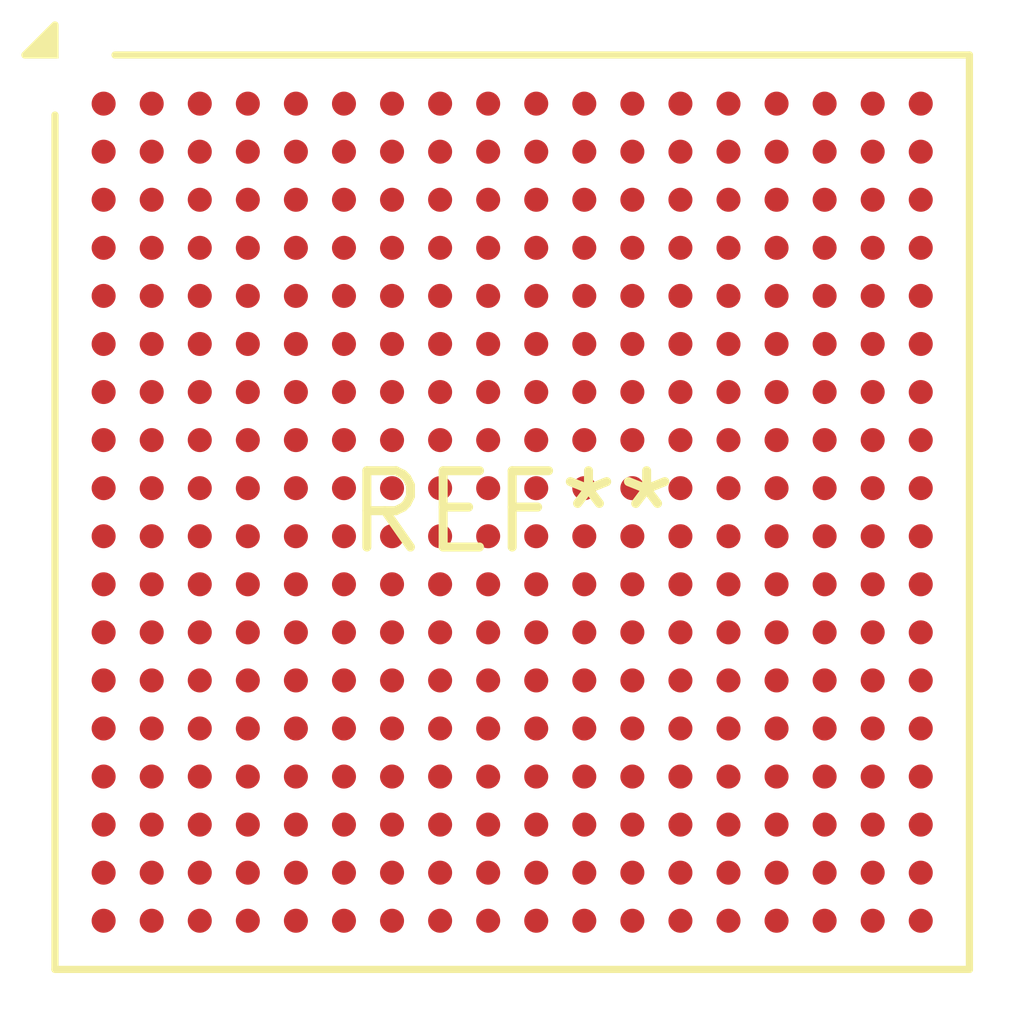
<source format=kicad_pcb>
(kicad_pcb (version 20240108) (generator pcbnew)
  (layers (0 "F.Cu" signal) (31 "B.Cu" signal) (34 "B.Paste" user) (35 "F.Paste" user) (36 "B.SilkS" user "B.Silkscreen") (37 "F.SilkS" user "F.Silkscreen") (38 "B.Mask" user) (39 "F.Mask" user) (44 "Edge.Cuts" user))
  (net 0 "")
  (footprint "Xilinx_CSG325" (layer "F.Cu") (at 0 0)
    (property "Reference" "REF**")
    (property "Value" "Xilinx_CSG325")
    (fp_line (start -7.61 7.61) (end -7.61 -6.61) (layer "F.SilkS") (stroke (width 0.12)))
    (fp_line (start -6.61 -7.61) (end 7.61 -7.61) (layer "F.SilkS") (stroke (width 0.12)))
    (fp_line (start 7.61 -7.61) (end 7.61 7.61) (layer "F.SilkS") (stroke (width 0.12)))
    (fp_line (start 7.61 7.61) (end -7.61 7.61) (layer "F.SilkS") (stroke (width 0.12)))
    (fp_poly (pts (xy -7.61 -7.61) (xy -8.11 -7.61) (xy -7.61 -8.11) (xy -7.61 -7.61)) (layer "F.SilkS") (stroke (width 0.12)) (fill solid))
    (pad "A1" smd circle (at -6.8 -6.8) (size 0.4 0.4) (property pad_prop_bga) (layers "F.Cu" "F.Paste" "F.Mask"))
    (pad "A2" smd circle (at -6 -6.8) (size 0.4 0.4) (property pad_prop_bga) (layers "F.Cu" "F.Paste" "F.Mask"))
    (pad "A3" smd circle (at -5.2 -6.8) (size 0.4 0.4) (property pad_prop_bga) (layers "F.Cu" "F.Paste" "F.Mask"))
    (pad "A4" smd circle (at -4.4 -6.8) (size 0.4 0.4) (property pad_prop_bga) (layers "F.Cu" "F.Paste" "F.Mask"))
    (pad "A5" smd circle (at -3.6 -6.8) (size 0.4 0.4) (property pad_prop_bga) (layers "F.Cu" "F.Paste" "F.Mask"))
    (pad "A6" smd circle (at -2.8 -6.8) (size 0.4 0.4) (property pad_prop_bga) (layers "F.Cu" "F.Paste" "F.Mask"))
    (pad "A7" smd circle (at -2 -6.8) (size 0.4 0.4) (property pad_prop_bga) (layers "F.Cu" "F.Paste" "F.Mask"))
    (pad "A8" smd circle (at -1.2 -6.8) (size 0.4 0.4) (property pad_prop_bga) (layers "F.Cu" "F.Paste" "F.Mask"))
    (pad "A9" smd circle (at -0.4 -6.8) (size 0.4 0.4) (property pad_prop_bga) (layers "F.Cu" "F.Paste" "F.Mask"))
    (pad "A10" smd circle (at 0.4 -6.8) (size 0.4 0.4) (property pad_prop_bga) (layers "F.Cu" "F.Paste" "F.Mask"))
    (pad "A11" smd circle (at 1.2 -6.8) (size 0.4 0.4) (property pad_prop_bga) (layers "F.Cu" "F.Paste" "F.Mask"))
    (pad "A12" smd circle (at 2 -6.8) (size 0.4 0.4) (property pad_prop_bga) (layers "F.Cu" "F.Paste" "F.Mask"))
    (pad "A13" smd circle (at 2.8 -6.8) (size 0.4 0.4) (property pad_prop_bga) (layers "F.Cu" "F.Paste" "F.Mask"))
    (pad "A14" smd circle (at 3.6 -6.8) (size 0.4 0.4) (property pad_prop_bga) (layers "F.Cu" "F.Paste" "F.Mask"))
    (pad "A15" smd circle (at 4.4 -6.8) (size 0.4 0.4) (property pad_prop_bga) (layers "F.Cu" "F.Paste" "F.Mask"))
    (pad "A16" smd circle (at 5.2 -6.8) (size 0.4 0.4) (property pad_prop_bga) (layers "F.Cu" "F.Paste" "F.Mask"))
    (pad "A17" smd circle (at 6 -6.8) (size 0.4 0.4) (property pad_prop_bga) (layers "F.Cu" "F.Paste" "F.Mask"))
    (pad "A18" smd circle (at 6.8 -6.8) (size 0.4 0.4) (property pad_prop_bga) (layers "F.Cu" "F.Paste" "F.Mask"))
    (pad "B1" smd circle (at -6.8 -6) (size 0.4 0.4) (property pad_prop_bga) (layers "F.Cu" "F.Paste" "F.Mask"))
    (pad "B2" smd circle (at -6 -6) (size 0.4 0.4) (property pad_prop_bga) (layers "F.Cu" "F.Paste" "F.Mask"))
    (pad "B3" smd circle (at -5.2 -6) (size 0.4 0.4) (property pad_prop_bga) (layers "F.Cu" "F.Paste" "F.Mask"))
    (pad "B4" smd circle (at -4.4 -6) (size 0.4 0.4) (property pad_prop_bga) (layers "F.Cu" "F.Paste" "F.Mask"))
    (pad "B5" smd circle (at -3.6 -6) (size 0.4 0.4) (property pad_prop_bga) (layers "F.Cu" "F.Paste" "F.Mask"))
    (pad "B6" smd circle (at -2.8 -6) (size 0.4 0.4) (property pad_prop_bga) (layers "F.Cu" "F.Paste" "F.Mask"))
    (pad "B7" smd circle (at -2 -6) (size 0.4 0.4) (property pad_prop_bga) (layers "F.Cu" "F.Paste" "F.Mask"))
    (pad "B8" smd circle (at -1.2 -6) (size 0.4 0.4) (property pad_prop_bga) (layers "F.Cu" "F.Paste" "F.Mask"))
    (pad "B9" smd circle (at -0.4 -6) (size 0.4 0.4) (property pad_prop_bga) (layers "F.Cu" "F.Paste" "F.Mask"))
    (pad "B10" smd circle (at 0.4 -6) (size 0.4 0.4) (property pad_prop_bga) (layers "F.Cu" "F.Paste" "F.Mask"))
    (pad "B11" smd circle (at 1.2 -6) (size 0.4 0.4) (property pad_prop_bga) (layers "F.Cu" "F.Paste" "F.Mask"))
    (pad "B12" smd circle (at 2 -6) (size 0.4 0.4) (property pad_prop_bga) (layers "F.Cu" "F.Paste" "F.Mask"))
    (pad "B13" smd circle (at 2.8 -6) (size 0.4 0.4) (property pad_prop_bga) (layers "F.Cu" "F.Paste" "F.Mask"))
    (pad "B14" smd circle (at 3.6 -6) (size 0.4 0.4) (property pad_prop_bga) (layers "F.Cu" "F.Paste" "F.Mask"))
    (pad "B15" smd circle (at 4.4 -6) (size 0.4 0.4) (property pad_prop_bga) (layers "F.Cu" "F.Paste" "F.Mask"))
    (pad "B16" smd circle (at 5.2 -6) (size 0.4 0.4) (property pad_prop_bga) (layers "F.Cu" "F.Paste" "F.Mask"))
    (pad "B17" smd circle (at 6 -6) (size 0.4 0.4) (property pad_prop_bga) (layers "F.Cu" "F.Paste" "F.Mask"))
    (pad "B18" smd circle (at 6.8 -6) (size 0.4 0.4) (property pad_prop_bga) (layers "F.Cu" "F.Paste" "F.Mask"))
    (pad "C1" smd circle (at -6.8 -5.2) (size 0.4 0.4) (property pad_prop_bga) (layers "F.Cu" "F.Paste" "F.Mask"))
    (pad "C2" smd circle (at -6 -5.2) (size 0.4 0.4) (property pad_prop_bga) (layers "F.Cu" "F.Paste" "F.Mask"))
    (pad "C3" smd circle (at -5.2 -5.2) (size 0.4 0.4) (property pad_prop_bga) (layers "F.Cu" "F.Paste" "F.Mask"))
    (pad "C4" smd circle (at -4.4 -5.2) (size 0.4 0.4) (property pad_prop_bga) (layers "F.Cu" "F.Paste" "F.Mask"))
    (pad "C5" smd circle (at -3.6 -5.2) (size 0.4 0.4) (property pad_prop_bga) (layers "F.Cu" "F.Paste" "F.Mask"))
    (pad "C6" smd circle (at -2.8 -5.2) (size 0.4 0.4) (property pad_prop_bga) (layers "F.Cu" "F.Paste" "F.Mask"))
    (pad "C7" smd circle (at -2 -5.2) (size 0.4 0.4) (property pad_prop_bga) (layers "F.Cu" "F.Paste" "F.Mask"))
    (pad "C8" smd circle (at -1.2 -5.2) (size 0.4 0.4) (property pad_prop_bga) (layers "F.Cu" "F.Paste" "F.Mask"))
    (pad "C9" smd circle (at -0.4 -5.2) (size 0.4 0.4) (property pad_prop_bga) (layers "F.Cu" "F.Paste" "F.Mask"))
    (pad "C10" smd circle (at 0.4 -5.2) (size 0.4 0.4) (property pad_prop_bga) (layers "F.Cu" "F.Paste" "F.Mask"))
    (pad "C11" smd circle (at 1.2 -5.2) (size 0.4 0.4) (property pad_prop_bga) (layers "F.Cu" "F.Paste" "F.Mask"))
    (pad "C12" smd circle (at 2 -5.2) (size 0.4 0.4) (property pad_prop_bga) (layers "F.Cu" "F.Paste" "F.Mask"))
    (pad "C13" smd circle (at 2.8 -5.2) (size 0.4 0.4) (property pad_prop_bga) (layers "F.Cu" "F.Paste" "F.Mask"))
    (pad "C14" smd circle (at 3.6 -5.2) (size 0.4 0.4) (property pad_prop_bga) (layers "F.Cu" "F.Paste" "F.Mask"))
    (pad "C15" smd circle (at 4.4 -5.2) (size 0.4 0.4) (property pad_prop_bga) (layers "F.Cu" "F.Paste" "F.Mask"))
    (pad "C16" smd circle (at 5.2 -5.2) (size 0.4 0.4) (property pad_prop_bga) (layers "F.Cu" "F.Paste" "F.Mask"))
    (pad "C17" smd circle (at 6 -5.2) (size 0.4 0.4) (property pad_prop_bga) (layers "F.Cu" "F.Paste" "F.Mask"))
    (pad "C18" smd circle (at 6.8 -5.2) (size 0.4 0.4) (property pad_prop_bga) (layers "F.Cu" "F.Paste" "F.Mask"))
    (pad "D1" smd circle (at -6.8 -4.4) (size 0.4 0.4) (property pad_prop_bga) (layers "F.Cu" "F.Paste" "F.Mask"))
    (pad "D2" smd circle (at -6 -4.4) (size 0.4 0.4) (property pad_prop_bga) (layers "F.Cu" "F.Paste" "F.Mask"))
    (pad "D3" smd circle (at -5.2 -4.4) (size 0.4 0.4) (property pad_prop_bga) (layers "F.Cu" "F.Paste" "F.Mask"))
    (pad "D4" smd circle (at -4.4 -4.4) (size 0.4 0.4) (property pad_prop_bga) (layers "F.Cu" "F.Paste" "F.Mask"))
    (pad "D5" smd circle (at -3.6 -4.4) (size 0.4 0.4) (property pad_prop_bga) (layers "F.Cu" "F.Paste" "F.Mask"))
    (pad "D6" smd circle (at -2.8 -4.4) (size 0.4 0.4) (property pad_prop_bga) (layers "F.Cu" "F.Paste" "F.Mask"))
    (pad "D7" smd circle (at -2 -4.4) (size 0.4 0.4) (property pad_prop_bga) (layers "F.Cu" "F.Paste" "F.Mask"))
    (pad "D8" smd circle (at -1.2 -4.4) (size 0.4 0.4) (property pad_prop_bga) (layers "F.Cu" "F.Paste" "F.Mask"))
    (pad "D9" smd circle (at -0.4 -4.4) (size 0.4 0.4) (property pad_prop_bga) (layers "F.Cu" "F.Paste" "F.Mask"))
    (pad "D10" smd circle (at 0.4 -4.4) (size 0.4 0.4) (property pad_prop_bga) (layers "F.Cu" "F.Paste" "F.Mask"))
    (pad "D11" smd circle (at 1.2 -4.4) (size 0.4 0.4) (property pad_prop_bga) (layers "F.Cu" "F.Paste" "F.Mask"))
    (pad "D12" smd circle (at 2 -4.4) (size 0.4 0.4) (property pad_prop_bga) (layers "F.Cu" "F.Paste" "F.Mask"))
    (pad "D13" smd circle (at 2.8 -4.4) (size 0.4 0.4) (property pad_prop_bga) (layers "F.Cu" "F.Paste" "F.Mask"))
    (pad "D14" smd circle (at 3.6 -4.4) (size 0.4 0.4) (property pad_prop_bga) (layers "F.Cu" "F.Paste" "F.Mask"))
    (pad "D15" smd circle (at 4.4 -4.4) (size 0.4 0.4) (property pad_prop_bga) (layers "F.Cu" "F.Paste" "F.Mask"))
    (pad "D16" smd circle (at 5.2 -4.4) (size 0.4 0.4) (property pad_prop_bga) (layers "F.Cu" "F.Paste" "F.Mask"))
    (pad "D17" smd circle (at 6 -4.4) (size 0.4 0.4) (property pad_prop_bga) (layers "F.Cu" "F.Paste" "F.Mask"))
    (pad "D18" smd circle (at 6.8 -4.4) (size 0.4 0.4) (property pad_prop_bga) (layers "F.Cu" "F.Paste" "F.Mask"))
    (pad "E1" smd circle (at -6.8 -3.6) (size 0.4 0.4) (property pad_prop_bga) (layers "F.Cu" "F.Paste" "F.Mask"))
    (pad "E2" smd circle (at -6 -3.6) (size 0.4 0.4) (property pad_prop_bga) (layers "F.Cu" "F.Paste" "F.Mask"))
    (pad "E3" smd circle (at -5.2 -3.6) (size 0.4 0.4) (property pad_prop_bga) (layers "F.Cu" "F.Paste" "F.Mask"))
    (pad "E4" smd circle (at -4.4 -3.6) (size 0.4 0.4) (property pad_prop_bga) (layers "F.Cu" "F.Paste" "F.Mask"))
    (pad "E5" smd circle (at -3.6 -3.6) (size 0.4 0.4) (property pad_prop_bga) (layers "F.Cu" "F.Paste" "F.Mask"))
    (pad "E6" smd circle (at -2.8 -3.6) (size 0.4 0.4) (property pad_prop_bga) (layers "F.Cu" "F.Paste" "F.Mask"))
    (pad "E7" smd circle (at -2 -3.6) (size 0.4 0.4) (property pad_prop_bga) (layers "F.Cu" "F.Paste" "F.Mask"))
    (pad "E8" smd circle (at -1.2 -3.6) (size 0.4 0.4) (property pad_prop_bga) (layers "F.Cu" "F.Paste" "F.Mask"))
    (pad "E9" smd circle (at -0.4 -3.6) (size 0.4 0.4) (property pad_prop_bga) (layers "F.Cu" "F.Paste" "F.Mask"))
    (pad "E10" smd circle (at 0.4 -3.6) (size 0.4 0.4) (property pad_prop_bga) (layers "F.Cu" "F.Paste" "F.Mask"))
    (pad "E11" smd circle (at 1.2 -3.6) (size 0.4 0.4) (property pad_prop_bga) (layers "F.Cu" "F.Paste" "F.Mask"))
    (pad "E12" smd circle (at 2 -3.6) (size 0.4 0.4) (property pad_prop_bga) (layers "F.Cu" "F.Paste" "F.Mask"))
    (pad "E13" smd circle (at 2.8 -3.6) (size 0.4 0.4) (property pad_prop_bga) (layers "F.Cu" "F.Paste" "F.Mask"))
    (pad "E14" smd circle (at 3.6 -3.6) (size 0.4 0.4) (property pad_prop_bga) (layers "F.Cu" "F.Paste" "F.Mask"))
    (pad "E15" smd circle (at 4.4 -3.6) (size 0.4 0.4) (property pad_prop_bga) (layers "F.Cu" "F.Paste" "F.Mask"))
    (pad "E16" smd circle (at 5.2 -3.6) (size 0.4 0.4) (property pad_prop_bga) (layers "F.Cu" "F.Paste" "F.Mask"))
    (pad "E17" smd circle (at 6 -3.6) (size 0.4 0.4) (property pad_prop_bga) (layers "F.Cu" "F.Paste" "F.Mask"))
    (pad "E18" smd circle (at 6.8 -3.6) (size 0.4 0.4) (property pad_prop_bga) (layers "F.Cu" "F.Paste" "F.Mask"))
    (pad "F1" smd circle (at -6.8 -2.8) (size 0.4 0.4) (property pad_prop_bga) (layers "F.Cu" "F.Paste" "F.Mask"))
    (pad "F2" smd circle (at -6 -2.8) (size 0.4 0.4) (property pad_prop_bga) (layers "F.Cu" "F.Paste" "F.Mask"))
    (pad "F3" smd circle (at -5.2 -2.8) (size 0.4 0.4) (property pad_prop_bga) (layers "F.Cu" "F.Paste" "F.Mask"))
    (pad "F4" smd circle (at -4.4 -2.8) (size 0.4 0.4) (property pad_prop_bga) (layers "F.Cu" "F.Paste" "F.Mask"))
    (pad "F5" smd circle (at -3.6 -2.8) (size 0.4 0.4) (property pad_prop_bga) (layers "F.Cu" "F.Paste" "F.Mask"))
    (pad "F6" smd circle (at -2.8 -2.8) (size 0.4 0.4) (property pad_prop_bga) (layers "F.Cu" "F.Paste" "F.Mask"))
    (pad "F7" smd circle (at -2 -2.8) (size 0.4 0.4) (property pad_prop_bga) (layers "F.Cu" "F.Paste" "F.Mask"))
    (pad "F8" smd circle (at -1.2 -2.8) (size 0.4 0.4) (property pad_prop_bga) (layers "F.Cu" "F.Paste" "F.Mask"))
    (pad "F9" smd circle (at -0.4 -2.8) (size 0.4 0.4) (property pad_prop_bga) (layers "F.Cu" "F.Paste" "F.Mask"))
    (pad "F10" smd circle (at 0.4 -2.8) (size 0.4 0.4) (property pad_prop_bga) (layers "F.Cu" "F.Paste" "F.Mask"))
    (pad "F11" smd circle (at 1.2 -2.8) (size 0.4 0.4) (property pad_prop_bga) (layers "F.Cu" "F.Paste" "F.Mask"))
    (pad "F12" smd circle (at 2 -2.8) (size 0.4 0.4) (property pad_prop_bga) (layers "F.Cu" "F.Paste" "F.Mask"))
    (pad "F13" smd circle (at 2.8 -2.8) (size 0.4 0.4) (property pad_prop_bga) (layers "F.Cu" "F.Paste" "F.Mask"))
    (pad "F14" smd circle (at 3.6 -2.8) (size 0.4 0.4) (property pad_prop_bga) (layers "F.Cu" "F.Paste" "F.Mask"))
    (pad "F15" smd circle (at 4.4 -2.8) (size 0.4 0.4) (property pad_prop_bga) (layers "F.Cu" "F.Paste" "F.Mask"))
    (pad "F16" smd circle (at 5.2 -2.8) (size 0.4 0.4) (property pad_prop_bga) (layers "F.Cu" "F.Paste" "F.Mask"))
    (pad "F17" smd circle (at 6 -2.8) (size 0.4 0.4) (property pad_prop_bga) (layers "F.Cu" "F.Paste" "F.Mask"))
    (pad "F18" smd circle (at 6.8 -2.8) (size 0.4 0.4) (property pad_prop_bga) (layers "F.Cu" "F.Paste" "F.Mask"))
    (pad "G1" smd circle (at -6.8 -2) (size 0.4 0.4) (property pad_prop_bga) (layers "F.Cu" "F.Paste" "F.Mask"))
    (pad "G2" smd circle (at -6 -2) (size 0.4 0.4) (property pad_prop_bga) (layers "F.Cu" "F.Paste" "F.Mask"))
    (pad "G3" smd circle (at -5.2 -2) (size 0.4 0.4) (property pad_prop_bga) (layers "F.Cu" "F.Paste" "F.Mask"))
    (pad "G4" smd circle (at -4.4 -2) (size 0.4 0.4) (property pad_prop_bga) (layers "F.Cu" "F.Paste" "F.Mask"))
    (pad "G5" smd circle (at -3.6 -2) (size 0.4 0.4) (property pad_prop_bga) (layers "F.Cu" "F.Paste" "F.Mask"))
    (pad "G6" smd circle (at -2.8 -2) (size 0.4 0.4) (property pad_prop_bga) (layers "F.Cu" "F.Paste" "F.Mask"))
    (pad "G7" smd circle (at -2 -2) (size 0.4 0.4) (property pad_prop_bga) (layers "F.Cu" "F.Paste" "F.Mask"))
    (pad "G8" smd circle (at -1.2 -2) (size 0.4 0.4) (property pad_prop_bga) (layers "F.Cu" "F.Paste" "F.Mask"))
    (pad "G9" smd circle (at -0.4 -2) (size 0.4 0.4) (property pad_prop_bga) (layers "F.Cu" "F.Paste" "F.Mask"))
    (pad "G10" smd circle (at 0.4 -2) (size 0.4 0.4) (property pad_prop_bga) (layers "F.Cu" "F.Paste" "F.Mask"))
    (pad "G11" smd circle (at 1.2 -2) (size 0.4 0.4) (property pad_prop_bga) (layers "F.Cu" "F.Paste" "F.Mask"))
    (pad "G12" smd circle (at 2 -2) (size 0.4 0.4) (property pad_prop_bga) (layers "F.Cu" "F.Paste" "F.Mask"))
    (pad "G13" smd circle (at 2.8 -2) (size 0.4 0.4) (property pad_prop_bga) (layers "F.Cu" "F.Paste" "F.Mask"))
    (pad "G14" smd circle (at 3.6 -2) (size 0.4 0.4) (property pad_prop_bga) (layers "F.Cu" "F.Paste" "F.Mask"))
    (pad "G15" smd circle (at 4.4 -2) (size 0.4 0.4) (property pad_prop_bga) (layers "F.Cu" "F.Paste" "F.Mask"))
    (pad "G16" smd circle (at 5.2 -2) (size 0.4 0.4) (property pad_prop_bga) (layers "F.Cu" "F.Paste" "F.Mask"))
    (pad "G17" smd circle (at 6 -2) (size 0.4 0.4) (property pad_prop_bga) (layers "F.Cu" "F.Paste" "F.Mask"))
    (pad "G18" smd circle (at 6.8 -2) (size 0.4 0.4) (property pad_prop_bga) (layers "F.Cu" "F.Paste" "F.Mask"))
    (pad "H1" smd circle (at -6.8 -1.2) (size 0.4 0.4) (property pad_prop_bga) (layers "F.Cu" "F.Paste" "F.Mask"))
    (pad "H2" smd circle (at -6 -1.2) (size 0.4 0.4) (property pad_prop_bga) (layers "F.Cu" "F.Paste" "F.Mask"))
    (pad "H3" smd circle (at -5.2 -1.2) (size 0.4 0.4) (property pad_prop_bga) (layers "F.Cu" "F.Paste" "F.Mask"))
    (pad "H4" smd circle (at -4.4 -1.2) (size 0.4 0.4) (property pad_prop_bga) (layers "F.Cu" "F.Paste" "F.Mask"))
    (pad "H5" smd circle (at -3.6 -1.2) (size 0.4 0.4) (property pad_prop_bga) (layers "F.Cu" "F.Paste" "F.Mask"))
    (pad "H6" smd circle (at -2.8 -1.2) (size 0.4 0.4) (property pad_prop_bga) (layers "F.Cu" "F.Paste" "F.Mask"))
    (pad "H7" smd circle (at -2 -1.2) (size 0.4 0.4) (property pad_prop_bga) (layers "F.Cu" "F.Paste" "F.Mask"))
    (pad "H8" smd circle (at -1.2 -1.2) (size 0.4 0.4) (property pad_prop_bga) (layers "F.Cu" "F.Paste" "F.Mask"))
    (pad "H9" smd circle (at -0.4 -1.2) (size 0.4 0.4) (property pad_prop_bga) (layers "F.Cu" "F.Paste" "F.Mask"))
    (pad "H10" smd circle (at 0.4 -1.2) (size 0.4 0.4) (property pad_prop_bga) (layers "F.Cu" "F.Paste" "F.Mask"))
    (pad "H11" smd circle (at 1.2 -1.2) (size 0.4 0.4) (property pad_prop_bga) (layers "F.Cu" "F.Paste" "F.Mask"))
    (pad "H12" smd circle (at 2 -1.2) (size 0.4 0.4) (property pad_prop_bga) (layers "F.Cu" "F.Paste" "F.Mask"))
    (pad "H13" smd circle (at 2.8 -1.2) (size 0.4 0.4) (property pad_prop_bga) (layers "F.Cu" "F.Paste" "F.Mask"))
    (pad "H14" smd circle (at 3.6 -1.2) (size 0.4 0.4) (property pad_prop_bga) (layers "F.Cu" "F.Paste" "F.Mask"))
    (pad "H15" smd circle (at 4.4 -1.2) (size 0.4 0.4) (property pad_prop_bga) (layers "F.Cu" "F.Paste" "F.Mask"))
    (pad "H16" smd circle (at 5.2 -1.2) (size 0.4 0.4) (property pad_prop_bga) (layers "F.Cu" "F.Paste" "F.Mask"))
    (pad "H17" smd circle (at 6 -1.2) (size 0.4 0.4) (property pad_prop_bga) (layers "F.Cu" "F.Paste" "F.Mask"))
    (pad "H18" smd circle (at 6.8 -1.2) (size 0.4 0.4) (property pad_prop_bga) (layers "F.Cu" "F.Paste" "F.Mask"))
    (pad "J1" smd circle (at -6.8 -0.4) (size 0.4 0.4) (property pad_prop_bga) (layers "F.Cu" "F.Paste" "F.Mask"))
    (pad "J2" smd circle (at -6 -0.4) (size 0.4 0.4) (property pad_prop_bga) (layers "F.Cu" "F.Paste" "F.Mask"))
    (pad "J3" smd circle (at -5.2 -0.4) (size 0.4 0.4) (property pad_prop_bga) (layers "F.Cu" "F.Paste" "F.Mask"))
    (pad "J4" smd circle (at -4.4 -0.4) (size 0.4 0.4) (property pad_prop_bga) (layers "F.Cu" "F.Paste" "F.Mask"))
    (pad "J5" smd circle (at -3.6 -0.4) (size 0.4 0.4) (property pad_prop_bga) (layers "F.Cu" "F.Paste" "F.Mask"))
    (pad "J6" smd circle (at -2.8 -0.4) (size 0.4 0.4) (property pad_prop_bga) (layers "F.Cu" "F.Paste" "F.Mask"))
    (pad "J7" smd circle (at -2 -0.4) (size 0.4 0.4) (property pad_prop_bga) (layers "F.Cu" "F.Paste" "F.Mask"))
    (pad "J8" smd circle (at -1.2 -0.4) (size 0.4 0.4) (property pad_prop_bga) (layers "F.Cu" "F.Paste" "F.Mask"))
    (pad "J9" smd circle (at -0.4 -0.4) (size 0.4 0.4) (property pad_prop_bga) (layers "F.Cu" "F.Paste" "F.Mask"))
    (pad "J10" smd circle (at 0.4 -0.4) (size 0.4 0.4) (property pad_prop_bga) (layers "F.Cu" "F.Paste" "F.Mask"))
    (pad "J11" smd circle (at 1.2 -0.4) (size 0.4 0.4) (property pad_prop_bga) (layers "F.Cu" "F.Paste" "F.Mask"))
    (pad "J12" smd circle (at 2 -0.4) (size 0.4 0.4) (property pad_prop_bga) (layers "F.Cu" "F.Paste" "F.Mask"))
    (pad "J13" smd circle (at 2.8 -0.4) (size 0.4 0.4) (property pad_prop_bga) (layers "F.Cu" "F.Paste" "F.Mask"))
    (pad "J14" smd circle (at 3.6 -0.4) (size 0.4 0.4) (property pad_prop_bga) (layers "F.Cu" "F.Paste" "F.Mask"))
    (pad "J15" smd circle (at 4.4 -0.4) (size 0.4 0.4) (property pad_prop_bga) (layers "F.Cu" "F.Paste" "F.Mask"))
    (pad "J16" smd circle (at 5.2 -0.4) (size 0.4 0.4) (property pad_prop_bga) (layers "F.Cu" "F.Paste" "F.Mask"))
    (pad "J17" smd circle (at 6 -0.4) (size 0.4 0.4) (property pad_prop_bga) (layers "F.Cu" "F.Paste" "F.Mask"))
    (pad "J18" smd circle (at 6.8 -0.4) (size 0.4 0.4) (property pad_prop_bga) (layers "F.Cu" "F.Paste" "F.Mask"))
    (pad "K1" smd circle (at -6.8 0.4) (size 0.4 0.4) (property pad_prop_bga) (layers "F.Cu" "F.Paste" "F.Mask"))
    (pad "K2" smd circle (at -6 0.4) (size 0.4 0.4) (property pad_prop_bga) (layers "F.Cu" "F.Paste" "F.Mask"))
    (pad "K3" smd circle (at -5.2 0.4) (size 0.4 0.4) (property pad_prop_bga) (layers "F.Cu" "F.Paste" "F.Mask"))
    (pad "K4" smd circle (at -4.4 0.4) (size 0.4 0.4) (property pad_prop_bga) (layers "F.Cu" "F.Paste" "F.Mask"))
    (pad "K5" smd circle (at -3.6 0.4) (size 0.4 0.4) (property pad_prop_bga) (layers "F.Cu" "F.Paste" "F.Mask"))
    (pad "K6" smd circle (at -2.8 0.4) (size 0.4 0.4) (property pad_prop_bga) (layers "F.Cu" "F.Paste" "F.Mask"))
    (pad "K7" smd circle (at -2 0.4) (size 0.4 0.4) (property pad_prop_bga) (layers "F.Cu" "F.Paste" "F.Mask"))
    (pad "K8" smd circle (at -1.2 0.4) (size 0.4 0.4) (property pad_prop_bga) (layers "F.Cu" "F.Paste" "F.Mask"))
    (pad "K9" smd circle (at -0.4 0.4) (size 0.4 0.4) (property pad_prop_bga) (layers "F.Cu" "F.Paste" "F.Mask"))
    (pad "K10" smd circle (at 0.4 0.4) (size 0.4 0.4) (property pad_prop_bga) (layers "F.Cu" "F.Paste" "F.Mask"))
    (pad "K11" smd circle (at 1.2 0.4) (size 0.4 0.4) (property pad_prop_bga) (layers "F.Cu" "F.Paste" "F.Mask"))
    (pad "K12" smd circle (at 2 0.4) (size 0.4 0.4) (property pad_prop_bga) (layers "F.Cu" "F.Paste" "F.Mask"))
    (pad "K13" smd circle (at 2.8 0.4) (size 0.4 0.4) (property pad_prop_bga) (layers "F.Cu" "F.Paste" "F.Mask"))
    (pad "K14" smd circle (at 3.6 0.4) (size 0.4 0.4) (property pad_prop_bga) (layers "F.Cu" "F.Paste" "F.Mask"))
    (pad "K15" smd circle (at 4.4 0.4) (size 0.4 0.4) (property pad_prop_bga) (layers "F.Cu" "F.Paste" "F.Mask"))
    (pad "K16" smd circle (at 5.2 0.4) (size 0.4 0.4) (property pad_prop_bga) (layers "F.Cu" "F.Paste" "F.Mask"))
    (pad "K17" smd circle (at 6 0.4) (size 0.4 0.4) (property pad_prop_bga) (layers "F.Cu" "F.Paste" "F.Mask"))
    (pad "K18" smd circle (at 6.8 0.4) (size 0.4 0.4) (property pad_prop_bga) (layers "F.Cu" "F.Paste" "F.Mask"))
    (pad "L1" smd circle (at -6.8 1.2) (size 0.4 0.4) (property pad_prop_bga) (layers "F.Cu" "F.Paste" "F.Mask"))
    (pad "L2" smd circle (at -6 1.2) (size 0.4 0.4) (property pad_prop_bga) (layers "F.Cu" "F.Paste" "F.Mask"))
    (pad "L3" smd circle (at -5.2 1.2) (size 0.4 0.4) (property pad_prop_bga) (layers "F.Cu" "F.Paste" "F.Mask"))
    (pad "L4" smd circle (at -4.4 1.2) (size 0.4 0.4) (property pad_prop_bga) (layers "F.Cu" "F.Paste" "F.Mask"))
    (pad "L5" smd circle (at -3.6 1.2) (size 0.4 0.4) (property pad_prop_bga) (layers "F.Cu" "F.Paste" "F.Mask"))
    (pad "L6" smd circle (at -2.8 1.2) (size 0.4 0.4) (property pad_prop_bga) (layers "F.Cu" "F.Paste" "F.Mask"))
    (pad "L7" smd circle (at -2 1.2) (size 0.4 0.4) (property pad_prop_bga) (layers "F.Cu" "F.Paste" "F.Mask"))
    (pad "L8" smd circle (at -1.2 1.2) (size 0.4 0.4) (property pad_prop_bga) (layers "F.Cu" "F.Paste" "F.Mask"))
    (pad "L9" smd circle (at -0.4 1.2) (size 0.4 0.4) (property pad_prop_bga) (layers "F.Cu" "F.Paste" "F.Mask"))
    (pad "L10" smd circle (at 0.4 1.2) (size 0.4 0.4) (property pad_prop_bga) (layers "F.Cu" "F.Paste" "F.Mask"))
    (pad "L11" smd circle (at 1.2 1.2) (size 0.4 0.4) (property pad_prop_bga) (layers "F.Cu" "F.Paste" "F.Mask"))
    (pad "L12" smd circle (at 2 1.2) (size 0.4 0.4) (property pad_prop_bga) (layers "F.Cu" "F.Paste" "F.Mask"))
    (pad "L13" smd circle (at 2.8 1.2) (size 0.4 0.4) (property pad_prop_bga) (layers "F.Cu" "F.Paste" "F.Mask"))
    (pad "L14" smd circle (at 3.6 1.2) (size 0.4 0.4) (property pad_prop_bga) (layers "F.Cu" "F.Paste" "F.Mask"))
    (pad "L15" smd circle (at 4.4 1.2) (size 0.4 0.4) (property pad_prop_bga) (layers "F.Cu" "F.Paste" "F.Mask"))
    (pad "L16" smd circle (at 5.2 1.2) (size 0.4 0.4) (property pad_prop_bga) (layers "F.Cu" "F.Paste" "F.Mask"))
    (pad "L17" smd circle (at 6 1.2) (size 0.4 0.4) (property pad_prop_bga) (layers "F.Cu" "F.Paste" "F.Mask"))
    (pad "L18" smd circle (at 6.8 1.2) (size 0.4 0.4) (property pad_prop_bga) (layers "F.Cu" "F.Paste" "F.Mask"))
    (pad "M1" smd circle (at -6.8 2) (size 0.4 0.4) (property pad_prop_bga) (layers "F.Cu" "F.Paste" "F.Mask"))
    (pad "M2" smd circle (at -6 2) (size 0.4 0.4) (property pad_prop_bga) (layers "F.Cu" "F.Paste" "F.Mask"))
    (pad "M3" smd circle (at -5.2 2) (size 0.4 0.4) (property pad_prop_bga) (layers "F.Cu" "F.Paste" "F.Mask"))
    (pad "M4" smd circle (at -4.4 2) (size 0.4 0.4) (property pad_prop_bga) (layers "F.Cu" "F.Paste" "F.Mask"))
    (pad "M5" smd circle (at -3.6 2) (size 0.4 0.4) (property pad_prop_bga) (layers "F.Cu" "F.Paste" "F.Mask"))
    (pad "M6" smd circle (at -2.8 2) (size 0.4 0.4) (property pad_prop_bga) (layers "F.Cu" "F.Paste" "F.Mask"))
    (pad "M7" smd circle (at -2 2) (size 0.4 0.4) (property pad_prop_bga) (layers "F.Cu" "F.Paste" "F.Mask"))
    (pad "M8" smd circle (at -1.2 2) (size 0.4 0.4) (property pad_prop_bga) (layers "F.Cu" "F.Paste" "F.Mask"))
    (pad "M9" smd circle (at -0.4 2) (size 0.4 0.4) (property pad_prop_bga) (layers "F.Cu" "F.Paste" "F.Mask"))
    (pad "M10" smd circle (at 0.4 2) (size 0.4 0.4) (property pad_prop_bga) (layers "F.Cu" "F.Paste" "F.Mask"))
    (pad "M11" smd circle (at 1.2 2) (size 0.4 0.4) (property pad_prop_bga) (layers "F.Cu" "F.Paste" "F.Mask"))
    (pad "M12" smd circle (at 2 2) (size 0.4 0.4) (property pad_prop_bga) (layers "F.Cu" "F.Paste" "F.Mask"))
    (pad "M13" smd circle (at 2.8 2) (size 0.4 0.4) (property pad_prop_bga) (layers "F.Cu" "F.Paste" "F.Mask"))
    (pad "M14" smd circle (at 3.6 2) (size 0.4 0.4) (property pad_prop_bga) (layers "F.Cu" "F.Paste" "F.Mask"))
    (pad "M15" smd circle (at 4.4 2) (size 0.4 0.4) (property pad_prop_bga) (layers "F.Cu" "F.Paste" "F.Mask"))
    (pad "M16" smd circle (at 5.2 2) (size 0.4 0.4) (property pad_prop_bga) (layers "F.Cu" "F.Paste" "F.Mask"))
    (pad "M17" smd circle (at 6 2) (size 0.4 0.4) (property pad_prop_bga) (layers "F.Cu" "F.Paste" "F.Mask"))
    (pad "M18" smd circle (at 6.8 2) (size 0.4 0.4) (property pad_prop_bga) (layers "F.Cu" "F.Paste" "F.Mask"))
    (pad "N1" smd circle (at -6.8 2.8) (size 0.4 0.4) (property pad_prop_bga) (layers "F.Cu" "F.Paste" "F.Mask"))
    (pad "N2" smd circle (at -6 2.8) (size 0.4 0.4) (property pad_prop_bga) (layers "F.Cu" "F.Paste" "F.Mask"))
    (pad "N3" smd circle (at -5.2 2.8) (size 0.4 0.4) (property pad_prop_bga) (layers "F.Cu" "F.Paste" "F.Mask"))
    (pad "N4" smd circle (at -4.4 2.8) (size 0.4 0.4) (property pad_prop_bga) (layers "F.Cu" "F.Paste" "F.Mask"))
    (pad "N5" smd circle (at -3.6 2.8) (size 0.4 0.4) (property pad_prop_bga) (layers "F.Cu" "F.Paste" "F.Mask"))
    (pad "N6" smd circle (at -2.8 2.8) (size 0.4 0.4) (property pad_prop_bga) (layers "F.Cu" "F.Paste" "F.Mask"))
    (pad "N7" smd circle (at -2 2.8) (size 0.4 0.4) (property pad_prop_bga) (layers "F.Cu" "F.Paste" "F.Mask"))
    (pad "N8" smd circle (at -1.2 2.8) (size 0.4 0.4) (property pad_prop_bga) (layers "F.Cu" "F.Paste" "F.Mask"))
    (pad "N9" smd circle (at -0.4 2.8) (size 0.4 0.4) (property pad_prop_bga) (layers "F.Cu" "F.Paste" "F.Mask"))
    (pad "N10" smd circle (at 0.4 2.8) (size 0.4 0.4) (property pad_prop_bga) (layers "F.Cu" "F.Paste" "F.Mask"))
    (pad "N11" smd circle (at 1.2 2.8) (size 0.4 0.4) (property pad_prop_bga) (layers "F.Cu" "F.Paste" "F.Mask"))
    (pad "N12" smd circle (at 2 2.8) (size 0.4 0.4) (property pad_prop_bga) (layers "F.Cu" "F.Paste" "F.Mask"))
    (pad "N13" smd circle (at 2.8 2.8) (size 0.4 0.4) (property pad_prop_bga) (layers "F.Cu" "F.Paste" "F.Mask"))
    (pad "N14" smd circle (at 3.6 2.8) (size 0.4 0.4) (property pad_prop_bga) (layers "F.Cu" "F.Paste" "F.Mask"))
    (pad "N15" smd circle (at 4.4 2.8) (size 0.4 0.4) (property pad_prop_bga) (layers "F.Cu" "F.Paste" "F.Mask"))
    (pad "N16" smd circle (at 5.2 2.8) (size 0.4 0.4) (property pad_prop_bga) (layers "F.Cu" "F.Paste" "F.Mask"))
    (pad "N17" smd circle (at 6 2.8) (size 0.4 0.4) (property pad_prop_bga) (layers "F.Cu" "F.Paste" "F.Mask"))
    (pad "N18" smd circle (at 6.8 2.8) (size 0.4 0.4) (property pad_prop_bga) (layers "F.Cu" "F.Paste" "F.Mask"))
    (pad "P1" smd circle (at -6.8 3.6) (size 0.4 0.4) (property pad_prop_bga) (layers "F.Cu" "F.Paste" "F.Mask"))
    (pad "P2" smd circle (at -6 3.6) (size 0.4 0.4) (property pad_prop_bga) (layers "F.Cu" "F.Paste" "F.Mask"))
    (pad "P3" smd circle (at -5.2 3.6) (size 0.4 0.4) (property pad_prop_bga) (layers "F.Cu" "F.Paste" "F.Mask"))
    (pad "P4" smd circle (at -4.4 3.6) (size 0.4 0.4) (property pad_prop_bga) (layers "F.Cu" "F.Paste" "F.Mask"))
    (pad "P5" smd circle (at -3.6 3.6) (size 0.4 0.4) (property pad_prop_bga) (layers "F.Cu" "F.Paste" "F.Mask"))
    (pad "P6" smd circle (at -2.8 3.6) (size 0.4 0.4) (property pad_prop_bga) (layers "F.Cu" "F.Paste" "F.Mask"))
    (pad "P7" smd circle (at -2 3.6) (size 0.4 0.4) (property pad_prop_bga) (layers "F.Cu" "F.Paste" "F.Mask"))
    (pad "P8" smd circle (at -1.2 3.6) (size 0.4 0.4) (property pad_prop_bga) (layers "F.Cu" "F.Paste" "F.Mask"))
    (pad "P9" smd circle (at -0.4 3.6) (size 0.4 0.4) (property pad_prop_bga) (layers "F.Cu" "F.Paste" "F.Mask"))
    (pad "P10" smd circle (at 0.4 3.6) (size 0.4 0.4) (property pad_prop_bga) (layers "F.Cu" "F.Paste" "F.Mask"))
    (pad "P11" smd circle (at 1.2 3.6) (size 0.4 0.4) (property pad_prop_bga) (layers "F.Cu" "F.Paste" "F.Mask"))
    (pad "P12" smd circle (at 2 3.6) (size 0.4 0.4) (property pad_prop_bga) (layers "F.Cu" "F.Paste" "F.Mask"))
    (pad "P13" smd circle (at 2.8 3.6) (size 0.4 0.4) (property pad_prop_bga) (layers "F.Cu" "F.Paste" "F.Mask"))
    (pad "P14" smd circle (at 3.6 3.6) (size 0.4 0.4) (property pad_prop_bga) (layers "F.Cu" "F.Paste" "F.Mask"))
    (pad "P15" smd circle (at 4.4 3.6) (size 0.4 0.4) (property pad_prop_bga) (layers "F.Cu" "F.Paste" "F.Mask"))
    (pad "P16" smd circle (at 5.2 3.6) (size 0.4 0.4) (property pad_prop_bga) (layers "F.Cu" "F.Paste" "F.Mask"))
    (pad "P17" smd circle (at 6 3.6) (size 0.4 0.4) (property pad_prop_bga) (layers "F.Cu" "F.Paste" "F.Mask"))
    (pad "P18" smd circle (at 6.8 3.6) (size 0.4 0.4) (property pad_prop_bga) (layers "F.Cu" "F.Paste" "F.Mask"))
    (pad "R1" smd circle (at -6.8 4.4) (size 0.4 0.4) (property pad_prop_bga) (layers "F.Cu" "F.Paste" "F.Mask"))
    (pad "R2" smd circle (at -6 4.4) (size 0.4 0.4) (property pad_prop_bga) (layers "F.Cu" "F.Paste" "F.Mask"))
    (pad "R3" smd circle (at -5.2 4.4) (size 0.4 0.4) (property pad_prop_bga) (layers "F.Cu" "F.Paste" "F.Mask"))
    (pad "R4" smd circle (at -4.4 4.4) (size 0.4 0.4) (property pad_prop_bga) (layers "F.Cu" "F.Paste" "F.Mask"))
    (pad "R5" smd circle (at -3.6 4.4) (size 0.4 0.4) (property pad_prop_bga) (layers "F.Cu" "F.Paste" "F.Mask"))
    (pad "R6" smd circle (at -2.8 4.4) (size 0.4 0.4) (property pad_prop_bga) (layers "F.Cu" "F.Paste" "F.Mask"))
    (pad "R7" smd circle (at -2 4.4) (size 0.4 0.4) (property pad_prop_bga) (layers "F.Cu" "F.Paste" "F.Mask"))
    (pad "R8" smd circle (at -1.2 4.4) (size 0.4 0.4) (property pad_prop_bga) (layers "F.Cu" "F.Paste" "F.Mask"))
    (pad "R9" smd circle (at -0.4 4.4) (size 0.4 0.4) (property pad_prop_bga) (layers "F.Cu" "F.Paste" "F.Mask"))
    (pad "R10" smd circle (at 0.4 4.4) (size 0.4 0.4) (property pad_prop_bga) (layers "F.Cu" "F.Paste" "F.Mask"))
    (pad "R11" smd circle (at 1.2 4.4) (size 0.4 0.4) (property pad_prop_bga) (layers "F.Cu" "F.Paste" "F.Mask"))
    (pad "R12" smd circle (at 2 4.4) (size 0.4 0.4) (property pad_prop_bga) (layers "F.Cu" "F.Paste" "F.Mask"))
    (pad "R13" smd circle (at 2.8 4.4) (size 0.4 0.4) (property pad_prop_bga) (layers "F.Cu" "F.Paste" "F.Mask"))
    (pad "R14" smd circle (at 3.6 4.4) (size 0.4 0.4) (property pad_prop_bga) (layers "F.Cu" "F.Paste" "F.Mask"))
    (pad "R15" smd circle (at 4.4 4.4) (size 0.4 0.4) (property pad_prop_bga) (layers "F.Cu" "F.Paste" "F.Mask"))
    (pad "R16" smd circle (at 5.2 4.4) (size 0.4 0.4) (property pad_prop_bga) (layers "F.Cu" "F.Paste" "F.Mask"))
    (pad "R17" smd circle (at 6 4.4) (size 0.4 0.4) (property pad_prop_bga) (layers "F.Cu" "F.Paste" "F.Mask"))
    (pad "R18" smd circle (at 6.8 4.4) (size 0.4 0.4) (property pad_prop_bga) (layers "F.Cu" "F.Paste" "F.Mask"))
    (pad "T1" smd circle (at -6.8 5.2) (size 0.4 0.4) (property pad_prop_bga) (layers "F.Cu" "F.Paste" "F.Mask"))
    (pad "T2" smd circle (at -6 5.2) (size 0.4 0.4) (property pad_prop_bga) (layers "F.Cu" "F.Paste" "F.Mask"))
    (pad "T3" smd circle (at -5.2 5.2) (size 0.4 0.4) (property pad_prop_bga) (layers "F.Cu" "F.Paste" "F.Mask"))
    (pad "T4" smd circle (at -4.4 5.2) (size 0.4 0.4) (property pad_prop_bga) (layers "F.Cu" "F.Paste" "F.Mask"))
    (pad "T5" smd circle (at -3.6 5.2) (size 0.4 0.4) (property pad_prop_bga) (layers "F.Cu" "F.Paste" "F.Mask"))
    (pad "T6" smd circle (at -2.8 5.2) (size 0.4 0.4) (property pad_prop_bga) (layers "F.Cu" "F.Paste" "F.Mask"))
    (pad "T7" smd circle (at -2 5.2) (size 0.4 0.4) (property pad_prop_bga) (layers "F.Cu" "F.Paste" "F.Mask"))
    (pad "T8" smd circle (at -1.2 5.2) (size 0.4 0.4) (property pad_prop_bga) (layers "F.Cu" "F.Paste" "F.Mask"))
    (pad "T9" smd circle (at -0.4 5.2) (size 0.4 0.4) (property pad_prop_bga) (layers "F.Cu" "F.Paste" "F.Mask"))
    (pad "T10" smd circle (at 0.4 5.2) (size 0.4 0.4) (property pad_prop_bga) (layers "F.Cu" "F.Paste" "F.Mask"))
    (pad "T11" smd circle (at 1.2 5.2) (size 0.4 0.4) (property pad_prop_bga) (layers "F.Cu" "F.Paste" "F.Mask"))
    (pad "T12" smd circle (at 2 5.2) (size 0.4 0.4) (property pad_prop_bga) (layers "F.Cu" "F.Paste" "F.Mask"))
    (pad "T13" smd circle (at 2.8 5.2) (size 0.4 0.4) (property pad_prop_bga) (layers "F.Cu" "F.Paste" "F.Mask"))
    (pad "T14" smd circle (at 3.6 5.2) (size 0.4 0.4) (property pad_prop_bga) (layers "F.Cu" "F.Paste" "F.Mask"))
    (pad "T15" smd circle (at 4.4 5.2) (size 0.4 0.4) (property pad_prop_bga) (layers "F.Cu" "F.Paste" "F.Mask"))
    (pad "T16" smd circle (at 5.2 5.2) (size 0.4 0.4) (property pad_prop_bga) (layers "F.Cu" "F.Paste" "F.Mask"))
    (pad "T17" smd circle (at 6 5.2) (size 0.4 0.4) (property pad_prop_bga) (layers "F.Cu" "F.Paste" "F.Mask"))
    (pad "T18" smd circle (at 6.8 5.2) (size 0.4 0.4) (property pad_prop_bga) (layers "F.Cu" "F.Paste" "F.Mask"))
    (pad "U1" smd circle (at -6.8 6) (size 0.4 0.4) (property pad_prop_bga) (layers "F.Cu" "F.Paste" "F.Mask"))
    (pad "U2" smd circle (at -6 6) (size 0.4 0.4) (property pad_prop_bga) (layers "F.Cu" "F.Paste" "F.Mask"))
    (pad "U3" smd circle (at -5.2 6) (size 0.4 0.4) (property pad_prop_bga) (layers "F.Cu" "F.Paste" "F.Mask"))
    (pad "U4" smd circle (at -4.4 6) (size 0.4 0.4) (property pad_prop_bga) (layers "F.Cu" "F.Paste" "F.Mask"))
    (pad "U5" smd circle (at -3.6 6) (size 0.4 0.4) (property pad_prop_bga) (layers "F.Cu" "F.Paste" "F.Mask"))
    (pad "U6" smd circle (at -2.8 6) (size 0.4 0.4) (property pad_prop_bga) (layers "F.Cu" "F.Paste" "F.Mask"))
    (pad "U7" smd circle (at -2 6) (size 0.4 0.4) (property pad_prop_bga) (layers "F.Cu" "F.Paste" "F.Mask"))
    (pad "U8" smd circle (at -1.2 6) (size 0.4 0.4) (property pad_prop_bga) (layers "F.Cu" "F.Paste" "F.Mask"))
    (pad "U9" smd circle (at -0.4 6) (size 0.4 0.4) (property pad_prop_bga) (layers "F.Cu" "F.Paste" "F.Mask"))
    (pad "U10" smd circle (at 0.4 6) (size 0.4 0.4) (property pad_prop_bga) (layers "F.Cu" "F.Paste" "F.Mask"))
    (pad "U11" smd circle (at 1.2 6) (size 0.4 0.4) (property pad_prop_bga) (layers "F.Cu" "F.Paste" "F.Mask"))
    (pad "U12" smd circle (at 2 6) (size 0.4 0.4) (property pad_prop_bga) (layers "F.Cu" "F.Paste" "F.Mask"))
    (pad "U13" smd circle (at 2.8 6) (size 0.4 0.4) (property pad_prop_bga) (layers "F.Cu" "F.Paste" "F.Mask"))
    (pad "U14" smd circle (at 3.6 6) (size 0.4 0.4) (property pad_prop_bga) (layers "F.Cu" "F.Paste" "F.Mask"))
    (pad "U15" smd circle (at 4.4 6) (size 0.4 0.4) (property pad_prop_bga) (layers "F.Cu" "F.Paste" "F.Mask"))
    (pad "U16" smd circle (at 5.2 6) (size 0.4 0.4) (property pad_prop_bga) (layers "F.Cu" "F.Paste" "F.Mask"))
    (pad "U17" smd circle (at 6 6) (size 0.4 0.4) (property pad_prop_bga) (layers "F.Cu" "F.Paste" "F.Mask"))
    (pad "U18" smd circle (at 6.8 6) (size 0.4 0.4) (property pad_prop_bga) (layers "F.Cu" "F.Paste" "F.Mask"))
    (pad "V1" smd circle (at -6.8 6.8) (size 0.4 0.4) (property pad_prop_bga) (layers "F.Cu" "F.Paste" "F.Mask"))
    (pad "V2" smd circle (at -6 6.8) (size 0.4 0.4) (property pad_prop_bga) (layers "F.Cu" "F.Paste" "F.Mask"))
    (pad "V3" smd circle (at -5.2 6.8) (size 0.4 0.4) (property pad_prop_bga) (layers "F.Cu" "F.Paste" "F.Mask"))
    (pad "V4" smd circle (at -4.4 6.8) (size 0.4 0.4) (property pad_prop_bga) (layers "F.Cu" "F.Paste" "F.Mask"))
    (pad "V5" smd circle (at -3.6 6.8) (size 0.4 0.4) (property pad_prop_bga) (layers "F.Cu" "F.Paste" "F.Mask"))
    (pad "V6" smd circle (at -2.8 6.8) (size 0.4 0.4) (property pad_prop_bga) (layers "F.Cu" "F.Paste" "F.Mask"))
    (pad "V7" smd circle (at -2 6.8) (size 0.4 0.4) (property pad_prop_bga) (layers "F.Cu" "F.Paste" "F.Mask"))
    (pad "V8" smd circle (at -1.2 6.8) (size 0.4 0.4) (property pad_prop_bga) (layers "F.Cu" "F.Paste" "F.Mask"))
    (pad "V9" smd circle (at -0.4 6.8) (size 0.4 0.4) (property pad_prop_bga) (layers "F.Cu" "F.Paste" "F.Mask"))
    (pad "V10" smd circle (at 0.4 6.8) (size 0.4 0.4) (property pad_prop_bga) (layers "F.Cu" "F.Paste" "F.Mask"))
    (pad "V11" smd circle (at 1.2 6.8) (size 0.4 0.4) (property pad_prop_bga) (layers "F.Cu" "F.Paste" "F.Mask"))
    (pad "V12" smd circle (at 2 6.8) (size 0.4 0.4) (property pad_prop_bga) (layers "F.Cu" "F.Paste" "F.Mask"))
    (pad "V13" smd circle (at 2.8 6.8) (size 0.4 0.4) (property pad_prop_bga) (layers "F.Cu" "F.Paste" "F.Mask"))
    (pad "V14" smd circle (at 3.6 6.8) (size 0.4 0.4) (property pad_prop_bga) (layers "F.Cu" "F.Paste" "F.Mask"))
    (pad "V15" smd circle (at 4.4 6.8) (size 0.4 0.4) (property pad_prop_bga) (layers "F.Cu" "F.Paste" "F.Mask"))
    (pad "V16" smd circle (at 5.2 6.8) (size 0.4 0.4) (property pad_prop_bga) (layers "F.Cu" "F.Paste" "F.Mask"))
    (pad "V17" smd circle (at 6 6.8) (size 0.4 0.4) (property pad_prop_bga) (layers "F.Cu" "F.Paste" "F.Mask"))
    (pad "V18" smd circle (at 6.8 6.8) (size 0.4 0.4) (property pad_prop_bga) (layers "F.Cu" "F.Paste" "F.Mask"))
  )
)
</source>
